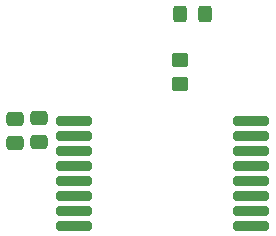
<source format=gbr>
%TF.GenerationSoftware,KiCad,Pcbnew,6.0.5-a6ca702e91~116~ubuntu20.04.1*%
%TF.CreationDate,2022-05-07T22:14:54-05:00*%
%TF.ProjectId,Ebyte_E28-2G4M27S_2_4GHz_LoRa_v001,45627974-655f-4453-9238-2d3247344d32,rev?*%
%TF.SameCoordinates,Original*%
%TF.FileFunction,Paste,Top*%
%TF.FilePolarity,Positive*%
%FSLAX46Y46*%
G04 Gerber Fmt 4.6, Leading zero omitted, Abs format (unit mm)*
G04 Created by KiCad (PCBNEW 6.0.5-a6ca702e91~116~ubuntu20.04.1) date 2022-05-07 22:14:54*
%MOMM*%
%LPD*%
G01*
G04 APERTURE LIST*
G04 Aperture macros list*
%AMRoundRect*
0 Rectangle with rounded corners*
0 $1 Rounding radius*
0 $2 $3 $4 $5 $6 $7 $8 $9 X,Y pos of 4 corners*
0 Add a 4 corners polygon primitive as box body*
4,1,4,$2,$3,$4,$5,$6,$7,$8,$9,$2,$3,0*
0 Add four circle primitives for the rounded corners*
1,1,$1+$1,$2,$3*
1,1,$1+$1,$4,$5*
1,1,$1+$1,$6,$7*
1,1,$1+$1,$8,$9*
0 Add four rect primitives between the rounded corners*
20,1,$1+$1,$2,$3,$4,$5,0*
20,1,$1+$1,$4,$5,$6,$7,0*
20,1,$1+$1,$6,$7,$8,$9,0*
20,1,$1+$1,$8,$9,$2,$3,0*%
G04 Aperture macros list end*
%ADD10RoundRect,0.200000X-1.300000X-0.200000X1.300000X-0.200000X1.300000X0.200000X-1.300000X0.200000X0*%
%ADD11RoundRect,0.250000X-0.475000X0.337500X-0.475000X-0.337500X0.475000X-0.337500X0.475000X0.337500X0*%
%ADD12RoundRect,0.250000X0.450000X-0.350000X0.450000X0.350000X-0.450000X0.350000X-0.450000X-0.350000X0*%
%ADD13RoundRect,0.250000X0.325000X0.450000X-0.325000X0.450000X-0.325000X-0.450000X0.325000X-0.450000X0*%
G04 APERTURE END LIST*
D10*
%TO.C,U1*%
X147809470Y-87740000D03*
X147809470Y-89010000D03*
X147809470Y-90280000D03*
X147809470Y-91550000D03*
X147809470Y-92820000D03*
X147809470Y-94090000D03*
X147790531Y-95347679D03*
X147809470Y-96630000D03*
X162809470Y-96630000D03*
X162790531Y-95347679D03*
X162809470Y-94090000D03*
X162809470Y-92820000D03*
X162809470Y-91550000D03*
X162809470Y-90280000D03*
X162809470Y-89010000D03*
X162809470Y-87740000D03*
%TD*%
D11*
%TO.C,C1*%
X144800000Y-87500000D03*
X144800000Y-89575000D03*
%TD*%
%TO.C,C2*%
X142800000Y-87562500D03*
X142800000Y-89637500D03*
%TD*%
D12*
%TO.C,R1*%
X156800000Y-84600000D03*
X156800000Y-82600000D03*
%TD*%
D13*
%TO.C,D1*%
X158850000Y-78700000D03*
X156800000Y-78700000D03*
%TD*%
M02*

</source>
